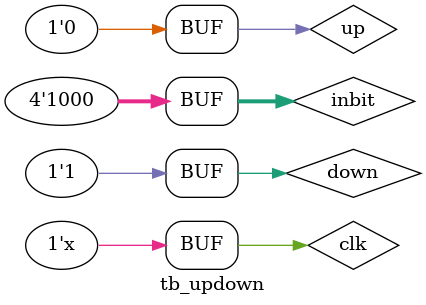
<source format=v>
`timescale 1ns / 1ps


module tb_updown;

	// Inputs
	reg up;
	reg down;
	reg clk;
	reg [3:0] inbit;

	// Outputs
	wire [3:0] outbit;

	// Instantiate the Unit Under Test (UUT)
	updown uut (
		.up(up), 
		.down(down), 
		.clk(clk), 
		.inbit(inbit), 
		.outbit(outbit)
	);

	initial begin
		// Initialize Inputs
		up = 0;
		down = 0;
		clk = 0;
		inbit = 0;

		// Wait 100 ns for global reset to finish
		#100;
      inbit=5;
		up=1;
		down=0;
		
		#100;
		inbit=8;
		up=0;
		down=1;
		// Add stimulus here

	end
   always
	begin
		#100;
		clk=~clk;
	end
endmodule


</source>
